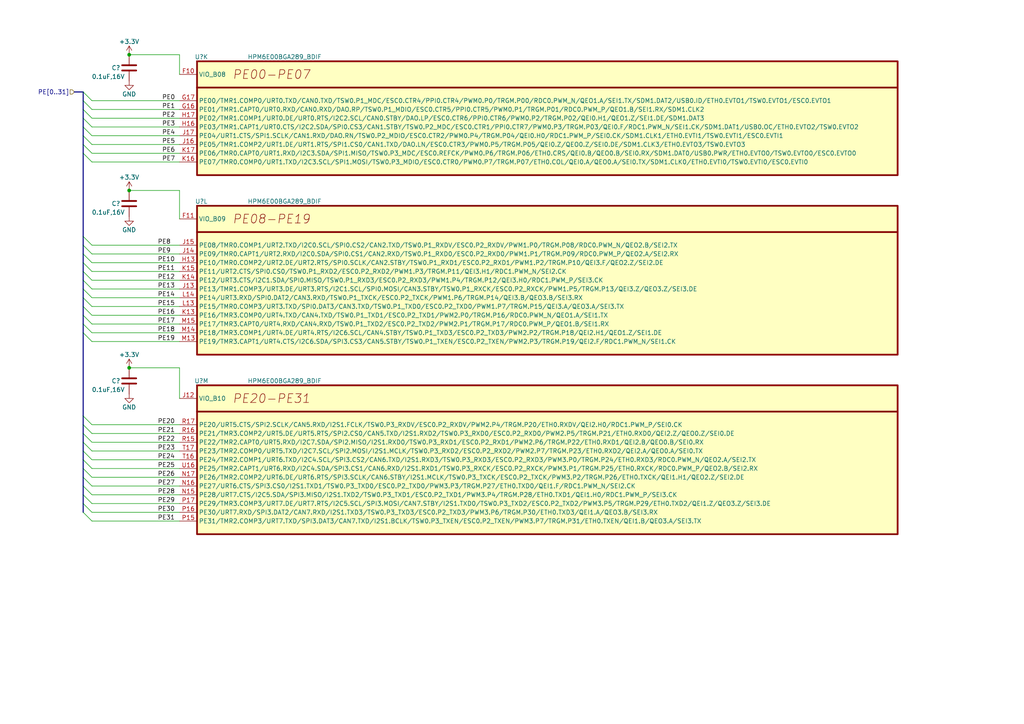
<source format=kicad_sch>
(kicad_sch (version 20230121) (generator eeschema)
  (paper "A4")
  (title_block (title "HPM6E00ADCEVKRevC") (date "2024-09-17") (rev "RevC") (comment 1 "MCU_PE"))
  (junction (at 37.465 106.68))
  (junction (at 37.465 15.875))
  (junction (at 37.465 55.245))
  (bus_entry (at 24.13 83.82) (size 2.54 2.54))
  (bus_entry (at 24.13 29.21) (size 2.54 2.54))
  (bus_entry (at 24.13 76.2) (size 2.54 2.54))
  (bus_entry (at 24.13 91.44) (size 2.54 2.54))
  (bus_entry (at 24.13 140.97) (size 2.54 2.54))
  (bus_entry (at 24.13 31.75) (size 2.54 2.54))
  (bus_entry (at 24.13 135.89) (size 2.54 2.54))
  (bus_entry (at 24.13 26.67) (size 2.54 2.54))
  (bus_entry (at 24.13 88.9) (size 2.54 2.54))
  (bus_entry (at 24.13 41.91) (size 2.54 2.54))
  (bus_entry (at 24.13 68.58) (size 2.54 2.54))
  (bus_entry (at 24.13 148.59) (size 2.54 2.54))
  (bus_entry (at 24.13 86.36) (size 2.54 2.54))
  (bus_entry (at 24.13 128.27) (size 2.54 2.54))
  (bus_entry (at 24.13 39.37) (size 2.54 2.54))
  (bus_entry (at 24.13 34.29) (size 2.54 2.54))
  (bus_entry (at 24.13 81.28) (size 2.54 2.54))
  (bus_entry (at 24.13 130.81) (size 2.54 2.54))
  (bus_entry (at 24.13 133.35) (size 2.54 2.54))
  (bus_entry (at 24.13 143.51) (size 2.54 2.54))
  (bus_entry (at 24.13 78.74) (size 2.54 2.54))
  (bus_entry (at 24.13 71.12) (size 2.54 2.54))
  (bus_entry (at 24.13 96.52) (size 2.54 2.54))
  (bus_entry (at 24.13 120.65) (size 2.54 2.54))
  (bus_entry (at 24.13 146.05) (size 2.54 2.54))
  (bus_entry (at 24.13 138.43) (size 2.54 2.54))
  (bus_entry (at 24.13 123.19) (size 2.54 2.54))
  (bus_entry (at 24.13 93.98) (size 2.54 2.54))
  (bus_entry (at 24.13 44.45) (size 2.54 2.54))
  (bus_entry (at 24.13 36.83) (size 2.54 2.54))
  (bus_entry (at 24.13 125.73) (size 2.54 2.54))
  (bus_entry (at 24.13 73.66) (size 2.54 2.54))
  (wire (pts (xy 26.67 46.99) (xy 52.07 46.99)))
  (wire (pts (xy 26.67 39.37) (xy 52.07 39.37)))
  (bus (pts (xy 24.13 31.75) (xy 24.13 34.29)))
  (wire (pts (xy 26.67 34.29) (xy 52.07 34.29)))
  (wire (pts (xy 26.67 128.27) (xy 52.07 128.27)))
  (wire (pts (xy 26.67 36.83) (xy 52.07 36.83)))
  (bus (pts (xy 24.13 120.65) (xy 24.13 123.19)))
  (bus (pts (xy 24.13 123.19) (xy 24.13 125.73)))
  (wire (pts (xy 26.67 99.06) (xy 52.07 99.06)))
  (wire (pts (xy 26.67 83.82) (xy 52.07 83.82)))
  (bus (pts (xy 24.13 71.12) (xy 24.13 73.66)))
  (bus (pts (xy 24.13 86.36) (xy 24.13 88.9)))
  (bus (pts (xy 24.13 130.81) (xy 24.13 133.35)))
  (wire (pts (xy 26.67 29.21) (xy 52.07 29.21)))
  (wire (pts (xy 52.07 15.875) (xy 52.07 21.59)))
  (bus (pts (xy 24.13 36.83) (xy 24.13 39.37)))
  (wire (pts (xy 26.67 143.51) (xy 52.07 143.51)))
  (bus (pts (xy 24.13 68.58) (xy 24.13 71.12)))
  (bus (pts (xy 24.13 73.66) (xy 24.13 76.2)))
  (bus (pts (xy 24.13 26.67) (xy 24.13 29.21)))
  (wire (pts (xy 26.67 146.05) (xy 52.07 146.05)))
  (bus (pts (xy 21.59 26.67) (xy 24.13 26.67)))
  (wire (pts (xy 26.67 93.98) (xy 52.07 93.98)))
  (bus (pts (xy 24.13 96.52) (xy 24.13 120.65)))
  (bus (pts (xy 24.13 128.27) (xy 24.13 130.81)))
  (bus (pts (xy 24.13 91.44) (xy 24.13 93.98)))
  (wire (pts (xy 37.465 55.245) (xy 52.07 55.245)))
  (bus (pts (xy 24.13 39.37) (xy 24.13 41.91)))
  (wire (pts (xy 26.67 135.89) (xy 52.07 135.89)))
  (wire (pts (xy 26.67 71.12) (xy 52.07 71.12)))
  (wire (pts (xy 26.67 81.28) (xy 52.07 81.28)))
  (wire (pts (xy 26.67 91.44) (xy 52.07 91.44)))
  (wire (pts (xy 26.67 130.81) (xy 52.07 130.81)))
  (bus (pts (xy 24.13 78.74) (xy 24.13 81.28)))
  (bus (pts (xy 24.13 76.2) (xy 24.13 78.74)))
  (wire (pts (xy 26.67 125.73) (xy 52.07 125.73)))
  (wire (pts (xy 26.67 88.9) (xy 52.07 88.9)))
  (wire (pts (xy 26.67 41.91) (xy 52.07 41.91)))
  (bus (pts (xy 24.13 88.9) (xy 24.13 91.44)))
  (wire (pts (xy 26.67 31.75) (xy 52.07 31.75)))
  (wire (pts (xy 52.07 106.68) (xy 52.07 115.57)))
  (wire (pts (xy 26.67 151.13) (xy 52.07 151.13)))
  (bus (pts (xy 24.13 125.73) (xy 24.13 128.27)))
  (wire (pts (xy 26.67 148.59) (xy 52.07 148.59)))
  (bus (pts (xy 24.13 81.28) (xy 24.13 83.82)))
  (bus (pts (xy 24.13 146.05) (xy 24.13 148.59)))
  (wire (pts (xy 26.67 133.35) (xy 52.07 133.35)))
  (bus (pts (xy 24.13 138.43) (xy 24.13 140.97)))
  (wire (pts (xy 26.67 140.97) (xy 52.07 140.97)))
  (bus (pts (xy 24.13 83.82) (xy 24.13 86.36)))
  (bus (pts (xy 24.13 140.97) (xy 24.13 143.51)))
  (bus (pts (xy 24.13 44.45) (xy 24.13 68.58)))
  (wire (pts (xy 37.465 15.875) (xy 52.07 15.875)))
  (wire (pts (xy 26.67 78.74) (xy 52.07 78.74)))
  (bus (pts (xy 24.13 143.51) (xy 24.13 146.05)))
  (wire (pts (xy 26.67 123.19) (xy 52.07 123.19)))
  (bus (pts (xy 24.13 93.98) (xy 24.13 96.52)))
  (wire (pts (xy 26.67 86.36) (xy 52.07 86.36)))
  (bus (pts (xy 24.13 133.35) (xy 24.13 135.89)))
  (bus (pts (xy 24.13 41.91) (xy 24.13 44.45)))
  (wire (pts (xy 37.465 106.68) (xy 52.07 106.68)))
  (wire (pts (xy 26.67 73.66) (xy 52.07 73.66)))
  (bus (pts (xy 24.13 29.21) (xy 24.13 31.75)))
  (wire (pts (xy 26.67 44.45) (xy 52.07 44.45)))
  (bus (pts (xy 24.13 135.89) (xy 24.13 138.43)))
  (bus (pts (xy 24.13 34.29) (xy 24.13 36.83)))
  (wire (pts (xy 26.67 76.2) (xy 52.07 76.2)))
  (wire (pts (xy 26.67 96.52) (xy 52.07 96.52)))
  (wire (pts (xy 26.67 138.43) (xy 52.07 138.43)))
  (wire (pts (xy 52.07 55.245) (xy 52.07 63.5)))
  (label "PE7" (at 46.99 46.99 0))
  (label "PE4" (at 46.99 39.37 0))
  (label "PE14" (at 45.72 86.36 0))
  (label "PE22" (at 45.72 128.27 0))
  (label "PE8" (at 45.72 71.12 0))
  (label "PE12" (at 45.72 81.28 0))
  (label "PE24" (at 45.72 133.35 0))
  (label "PE31" (at 45.72 151.13 0))
  (label "PE28" (at 45.72 143.51 0))
  (label "PE16" (at 45.72 91.44 0))
  (label "PE29" (at 45.72 146.05 0))
  (label "PE19" (at 45.72 99.06 0))
  (label "PE27" (at 45.72 140.97 0))
  (label "PE20" (at 45.72 123.19 0))
  (label "PE0" (at 46.99 29.21 0))
  (label "PE6" (at 46.99 44.45 0))
  (label "PE30" (at 45.72 148.59 0))
  (label "PE25" (at 45.72 135.89 0))
  (label "PE18" (at 45.72 96.52 0))
  (label "PE21" (at 45.72 125.73 0))
  (label "PE1" (at 46.99 31.75 0))
  (label "PE5" (at 46.99 41.91 0))
  (label "PE13" (at 45.72 83.82 0))
  (label "PE11" (at 45.72 78.74 0))
  (label "PE15" (at 45.72 88.9 0))
  (label "PE2" (at 46.99 34.29 0))
  (label "PE17" (at 45.72 93.98 0))
  (label "PE9" (at 45.72 73.66 0))
  (label "PE3" (at 46.99 36.83 0))
  (label "PE23" (at 45.72 130.81 0))
  (label "PE26" (at 45.72 138.43 0))
  (label "PE10" (at 45.72 76.2 0))
  (hierarchical_label "PE[0..31]" (shape input) (at 21.59 26.67 180))
  (symbol (lib_id "99_HPM:HPM6E00BGA289_BDIF") (at 57.15 111.76 0) (unit 13)
    (property "Reference" "U?" (at 58.42 110.49 0))
    (property "Value" "HPM6E00BGA289_BDIF" (at 82.55 110.49 0))
    (property "Footprint" "00_HPM_Library:BGA-289_17x17_14.0x14.0mm" (effects hide))
    (instances (project "HPM6E00 SKT Board BGA289_BDIF REVA" (path "" (reference "U?") (unit 13))) (project "HPM6E00ADCEVKRevC" (path "" (reference "U?") (unit 13)) (path "" (reference "U9") (unit 13))))
  )
  (symbol (lib_id "power:GND") (at 37.465 114.3 0) (mirror y) (unit 1)
    (property "Reference" "#PWR?" (effects hide))
    (property "Value" "GND" (at 39.497 118.11 0) (effects (justify left)))
    (instances (project "HPM6E00 SKT Board BGA289_BDIF REVA" (path "" (reference "#PWR?") (unit 1)) (path "" (reference "#PWR?") (unit 1))) (project "HPM5300-CON-JTAG" (path "" (reference "#PWR?") (unit 1))) (project "HPM6E00ADCEVKRevC" (path "" (reference "#PWR?") (unit 1)) (path "" (reference "#PWR?") (unit 1)) (path "" (reference "#PWR0148") (unit 1))) (project "HPM5300 SKT Board LQFP100 REVA" (path "" (reference "#PWR?") (unit 1))))
  )
  (symbol (lib_id "99_HPM:HPM6E00BGA289_BDIF") (at 57.15 59.69 0) (unit 12)
    (property "Reference" "U?" (at 58.42 58.42 0))
    (property "Value" "HPM6E00BGA289_BDIF" (at 82.55 58.42 0))
    (property "Footprint" "00_HPM_Library:BGA-289_17x17_14.0x14.0mm" (effects hide))
    (instances (project "HPM6E00 SKT Board BGA289_BDIF REVA" (path "" (reference "U?") (unit 12))) (project "HPM6E00ADCEVKRevC" (path "" (reference "U?") (unit 12)) (path "" (reference "U9") (unit 12))))
  )
  (symbol (lib_id "03_HPM_Capacitance:0.1uF,16V_0402") (at 37.465 110.49 0) (mirror y) (unit 1)
    (property "Reference" "C?" (at 34.925 110.49 0) (effects (justify left)))
    (property "Value" "0.1uF,16V" (at 36.195 113.03 0) (effects (justify left)))
    (property "Footprint" "03_HPM_Capacitance:C_0402_1005Metric" (effects hide))
    (property "Model" "CL05B104KO5NNNC" (effects hide))
    (property "Company" "SAMSUNG(三星)" (effects hide))
    (instances (project "HPM5300-USB-OSC" (path "" (reference "C?") (unit 1))) (project "HPM6E00 SKT Board BGA289_BDIF REVA" (path "" (reference "C?") (unit 1)) (path "" (reference "C?") (unit 1)) (path "" (reference "C?") (unit 1))) (project "HPM6E00ADCEVKRevC" (path "" (reference "C?") (unit 1)) (path "" (reference "C?") (unit 1)) (path "" (reference "C53") (unit 1))) (project "HPM5300 SKT Board LQFP100 REVA" (path "" (reference "C?") (unit 1))))
  )
  (symbol (lib_id "power:+3.3V") (at 37.465 106.68 0) (unit 1)
    (property "Reference" "#PWR?" (effects hide))
    (property "Value" "+3.3V" (at 37.465 102.87 0))
    (instances (project "HPM6E00-PA00-PA31-JTAG-BOOT-LED-KEY" (path "" (reference "#PWR?") (unit 1))) (project "HPM6E00 SKT Board BGA289_BDIF REVA" (path "" (reference "#PWR?") (unit 1))) (project "HPM5300-CON-JTAG" (path "" (reference "#PWR?") (unit 1))) (project "HPM6E00ADCEVKRevC" (path "" (reference "#PWR?") (unit 1)) (path "" (reference "#PWR0149") (unit 1))) (project "HPM5300 SKT Board LQFP100 REVA" (path "" (reference "#PWR?") (unit 1))))
  )
  (symbol (lib_id "power:GND") (at 37.465 23.495 0) (mirror y) (unit 1)
    (property "Reference" "#PWR?" (effects hide))
    (property "Value" "GND" (at 39.497 27.305 0) (effects (justify left)))
    (instances (project "HPM6E00 SKT Board BGA289_BDIF REVA" (path "" (reference "#PWR?") (unit 1)) (path "" (reference "#PWR?") (unit 1))) (project "HPM5300-CON-JTAG" (path "" (reference "#PWR?") (unit 1))) (project "HPM6E00ADCEVKRevC" (path "" (reference "#PWR?") (unit 1)) (path "" (reference "#PWR?") (unit 1)) (path "" (reference "#PWR0146") (unit 1))) (project "HPM5300 SKT Board LQFP100 REVA" (path "" (reference "#PWR?") (unit 1))))
  )
  (symbol (lib_id "power:+3.3V") (at 37.465 15.875 0) (unit 1)
    (property "Reference" "#PWR?" (effects hide))
    (property "Value" "+3.3V" (at 37.465 12.065 0))
    (instances (project "HPM6E00-PA00-PA31-JTAG-BOOT-LED-KEY" (path "" (reference "#PWR?") (unit 1))) (project "HPM6E00 SKT Board BGA289_BDIF REVA" (path "" (reference "#PWR?") (unit 1))) (project "HPM5300-CON-JTAG" (path "" (reference "#PWR?") (unit 1))) (project "HPM6E00ADCEVKRevC" (path "" (reference "#PWR?") (unit 1)) (path "" (reference "#PWR0147") (unit 1))) (project "HPM5300 SKT Board LQFP100 REVA" (path "" (reference "#PWR?") (unit 1))))
  )
  (symbol (lib_id "03_HPM_Capacitance:0.1uF,16V_0402") (at 37.465 59.055 0) (mirror y) (unit 1)
    (property "Reference" "C?" (at 34.925 59.055 0) (effects (justify left)))
    (property "Value" "0.1uF,16V" (at 36.195 61.595 0) (effects (justify left)))
    (property "Footprint" "03_HPM_Capacitance:C_0402_1005Metric" (effects hide))
    (property "Model" "CL05B104KO5NNNC" (effects hide))
    (property "Company" "SAMSUNG(三星)" (effects hide))
    (instances (project "HPM5300-USB-OSC" (path "" (reference "C?") (unit 1))) (project "HPM6E00 SKT Board BGA289_BDIF REVA" (path "" (reference "C?") (unit 1)) (path "" (reference "C?") (unit 1)) (path "" (reference "C?") (unit 1))) (project "HPM6E00ADCEVKRevC" (path "" (reference "C?") (unit 1)) (path "" (reference "C?") (unit 1)) (path "" (reference "C52") (unit 1))) (project "HPM5300 SKT Board LQFP100 REVA" (path "" (reference "C?") (unit 1))))
  )
  (symbol (lib_id "99_HPM:HPM6E00BGA289_BDIF") (at 57.15 17.78 0) (unit 11)
    (property "Reference" "U?" (at 58.42 16.51 0))
    (property "Value" "HPM6E00BGA289_BDIF" (at 82.55 16.51 0))
    (property "Footprint" "00_HPM_Library:BGA-289_17x17_14.0x14.0mm" (effects hide))
    (instances (project "HPM6E00 SKT Board BGA289_BDIF REVA" (path "" (reference "U?") (unit 11))) (project "HPM6E00ADCEVKRevC" (path "" (reference "U?") (unit 11)) (path "" (reference "U9") (unit 11))))
  )
  (symbol (lib_id "power:GND") (at 37.465 62.865 0) (mirror y) (unit 1)
    (property "Reference" "#PWR?" (effects hide))
    (property "Value" "GND" (at 39.497 66.675 0) (effects (justify left)))
    (instances (project "HPM6E00 SKT Board BGA289_BDIF REVA" (path "" (reference "#PWR?") (unit 1)) (path "" (reference "#PWR?") (unit 1))) (project "HPM5300-CON-JTAG" (path "" (reference "#PWR?") (unit 1))) (project "HPM6E00ADCEVKRevC" (path "" (reference "#PWR?") (unit 1)) (path "" (reference "#PWR?") (unit 1)) (path "" (reference "#PWR0150") (unit 1))) (project "HPM5300 SKT Board LQFP100 REVA" (path "" (reference "#PWR?") (unit 1))))
  )
  (symbol (lib_id "power:+3.3V") (at 37.465 55.245 0) (unit 1)
    (property "Reference" "#PWR?" (effects hide))
    (property "Value" "+3.3V" (at 37.465 51.435 0))
    (instances (project "HPM6E00-PA00-PA31-JTAG-BOOT-LED-KEY" (path "" (reference "#PWR?") (unit 1))) (project "HPM6E00 SKT Board BGA289_BDIF REVA" (path "" (reference "#PWR?") (unit 1))) (project "HPM5300-CON-JTAG" (path "" (reference "#PWR?") (unit 1))) (project "HPM6E00ADCEVKRevC" (path "" (reference "#PWR?") (unit 1)) (path "" (reference "#PWR0151") (unit 1))) (project "HPM5300 SKT Board LQFP100 REVA" (path "" (reference "#PWR?") (unit 1))))
  )
  (symbol (lib_id "03_HPM_Capacitance:0.1uF,16V_0402") (at 37.465 19.685 0) (mirror y) (unit 1)
    (property "Reference" "C?" (at 34.925 19.685 0) (effects (justify left)))
    (property "Value" "0.1uF,16V" (at 36.195 22.225 0) (effects (justify left)))
    (property "Footprint" "03_HPM_Capacitance:C_0402_1005Metric" (effects hide))
    (property "Model" "CL05B104KO5NNNC" (effects hide))
    (property "Company" "SAMSUNG(三星)" (effects hide))
    (instances (project "HPM5300-USB-OSC" (path "" (reference "C?") (unit 1))) (project "HPM6E00 SKT Board BGA289_BDIF REVA" (path "" (reference "C?") (unit 1)) (path "" (reference "C?") (unit 1)) (path "" (reference "C?") (unit 1))) (project "HPM6E00ADCEVKRevC" (path "" (reference "C?") (unit 1)) (path "" (reference "C?") (unit 1)) (path "" (reference "C51") (unit 1))) (project "HPM5300 SKT Board LQFP100 REVA" (path "" (reference "C?") (unit 1))))
  )
)
</source>
